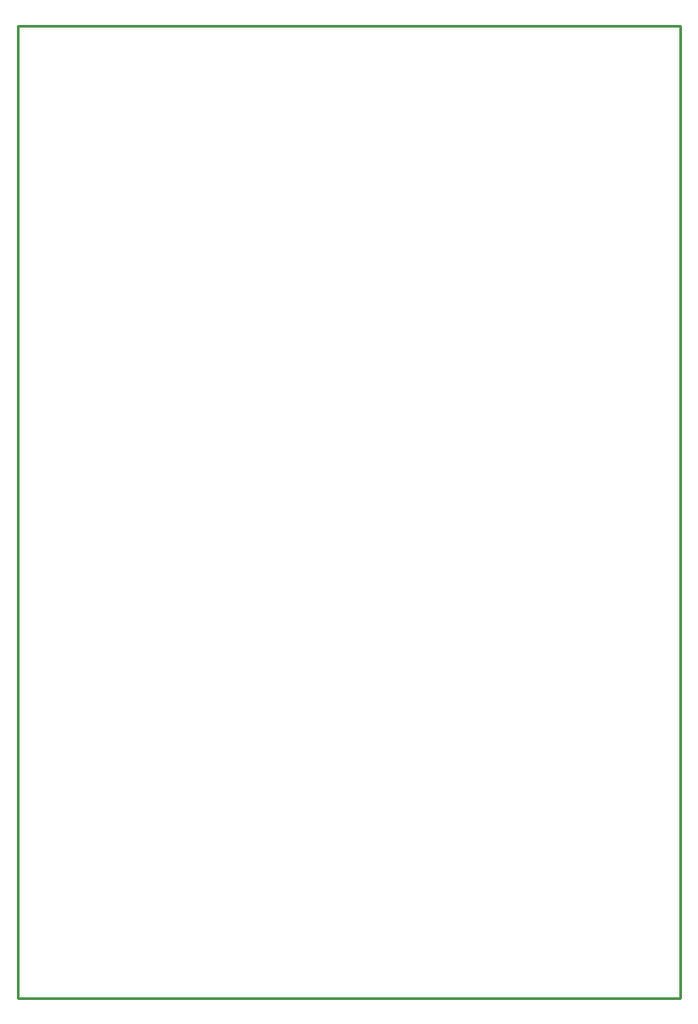
<source format=gbr>
G04 EAGLE Gerber RS-274X export*
G75*
%MOMM*%
%FSLAX34Y34*%
%LPD*%
%IN*%
%IPPOS*%
%AMOC8*
5,1,8,0,0,1.08239X$1,22.5*%
G01*
%ADD10C,0.254000*%


D10*
X-10000Y-10000D02*
X620000Y-10000D01*
X620000Y915000D01*
X-10000Y915000D01*
X-10000Y-10000D01*
M02*

</source>
